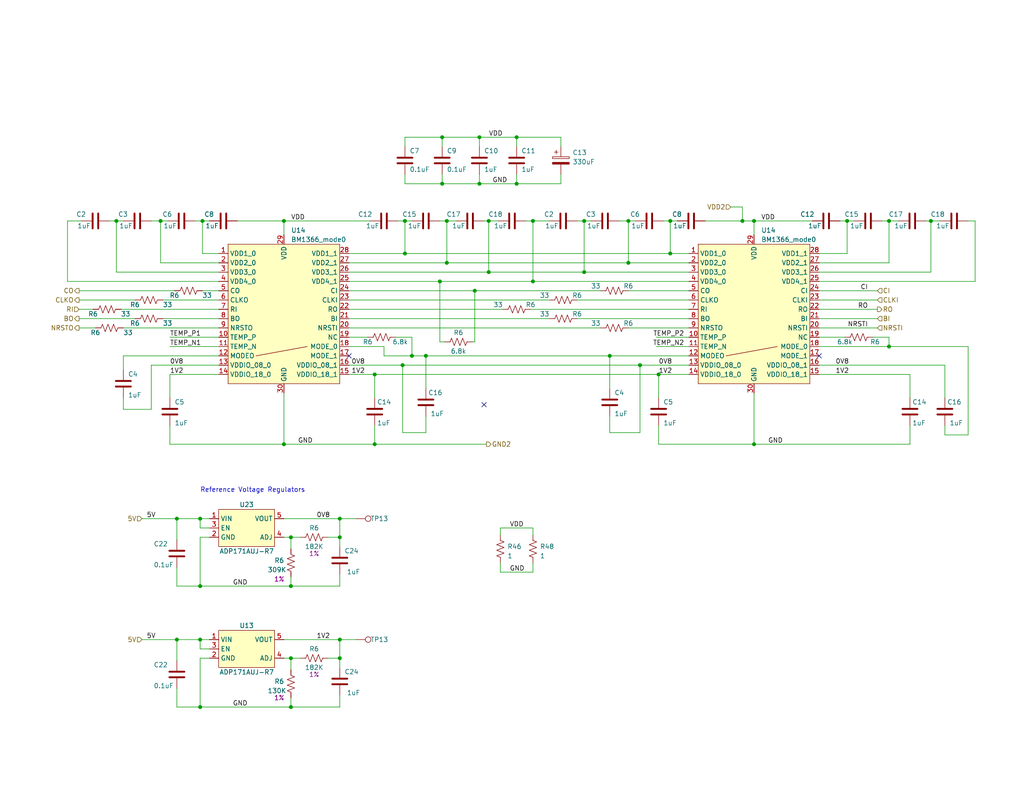
<source format=kicad_sch>
(kicad_sch (version 20230121) (generator eeschema)
  (paper "A")
  (title_block (title "bitaxeUltraHex") (date "2023-06-11") (rev "1"))
  (lib_symbols
    (symbol "BM1366_mode0_1"
      (property "Reference" "U" (at -13.97 21.59 0))
      (property "Value" "BM1366_mode0" (at -11.43 -19.05 0))
      (symbol "BM1366_mode0_1_0_1"
        (rectangle (start -15.24 20.32) (end 15.24 -17.78) (fill (type background)))
        (polyline (pts (xy -7.62 -10.16) (xy 6.35 -7.62)))
      )
      (symbol "BM1366_mode0_1_1_1"
        (pin input line (at -17.78 17.78 0) (length 2.54) (name "VDD1_0") (number "1"))
        (pin input line (at -17.78 -5.08 0) (length 2.54) (name "TEMP_P") (number "10"))
        (pin input line (at -17.78 -7.62 0) (length 2.54) (name "TEMP_N") (number "11"))
        (pin input line (at -17.78 -10.16 0) (length 2.54) (name "MODEO") (number "12"))
        (pin input line (at -17.78 -12.7 0) (length 2.54) (name "VDDIO_08_0") (number "13"))
        (pin input line (at -17.78 -15.24 0) (length 2.54) (name "VDDIO_18_0") (number "14"))
        (pin input line (at 17.78 -15.24 180) (length 2.54) (name "VDDIO_18_1") (number "15"))
        (pin input line (at 17.78 -12.7 180) (length 2.54) (name "VDDIO_08_1") (number "16"))
        (pin input line (at 17.78 -10.16 180) (length 2.54) (name "MODE_1") (number "17"))
        (pin input line (at 17.78 -7.62 180) (length 2.54) (name "MODE_0") (number "18"))
        (pin bidirectional line (at 17.78 -5.08 180) (length 2.54) (name "NC") (number "19"))
        (pin input line (at -17.78 15.24 0) (length 2.54) (name "VDD2_0") (number "2"))
        (pin input line (at 17.78 -2.54 180) (length 2.54) (name "NRSTI") (number "20"))
        (pin input line (at 17.78 0 180) (length 2.54) (name "BI") (number "21"))
        (pin input line (at 17.78 2.54 180) (length 2.54) (name "RO") (number "22"))
        (pin input line (at 17.78 5.08 180) (length 2.54) (name "CLKI") (number "23"))
        (pin input line (at 17.78 7.62 180) (length 2.54) (name "CI") (number "24"))
        (pin input line (at 17.78 10.16 180) (length 2.54) (name "VDD4_1") (number "25"))
        (pin input line (at 17.78 12.7 180) (length 2.54) (name "VDD3_1") (number "26"))
        (pin input line (at 17.78 15.24 180) (length 2.54) (name "VDD2_1") (number "27"))
        (pin input line (at 17.78 17.78 180) (length 2.54) (name "VDD1_1") (number "28"))
        (pin input line (at 0 22.86 270) (length 2.54) (name "VDD") (number "29"))
        (pin input line (at -17.78 12.7 0) (length 2.54) (name "VDD3_0") (number "3"))
        (pin input line (at 0 -20.32 90) (length 2.54) (name "GND") (number "30"))
        (pin input line (at -17.78 10.16 0) (length 2.54) (name "VDD4_0") (number "4"))
        (pin input line (at -17.78 7.62 0) (length 2.54) (name "CO") (number "5"))
        (pin input line (at -17.78 5.08 0) (length 2.54) (name "CLKO") (number "6"))
        (pin input line (at -17.78 2.54 0) (length 2.54) (name "RI") (number "7"))
        (pin input line (at -17.78 0 0) (length 2.54) (name "BO") (number "8"))
        (pin input line (at -17.78 -2.54 0) (length 2.54) (name "NRSTO") (number "9"))
      )
    )
    (symbol "Connector:TestPoint" (pin_numbers hide) (pin_names (offset 0.762) hide)
      (property "Reference" "TP" (at 0 6.858 0))
      (property "Value" "TestPoint" (at 0 5.08 0))
      (symbol "TestPoint_0_1"
        (circle (center 0 3.302) (radius 0.762))
      )
      (symbol "TestPoint_1_1"
        (pin passive line (at 0 0 90) (length 2.54) (name "1") (number "1"))
      )
    )
    (symbol "Device:C" (pin_numbers hide) (pin_names (offset 0.254))
      (property "Reference" "C" (at 0.635 2.54 0))
      (property "Value" "C" (at 0.635 -2.54 0))
      (symbol "C_0_1"
        (polyline (pts (xy -2.032 -0.762) (xy 2.032 -0.762)) (stroke (width 0.508)))
        (polyline (pts (xy -2.032 0.762) (xy 2.032 0.762)) (stroke (width 0.508)))
      )
      (symbol "C_1_1"
        (pin passive line (at 0 3.81 270) (length 2.794) (name "~") (number "1"))
        (pin passive line (at 0 -3.81 90) (length 2.794) (name "~") (number "2"))
      )
    )
    (symbol "Device:C_Polarized" (pin_numbers hide) (pin_names (offset 0.254))
      (property "Reference" "C" (at 0.635 2.54 0))
      (property "Value" "C_Polarized" (at 0.635 -2.54 0))
      (symbol "C_Polarized_0_1"
        (rectangle (start -2.286 0.508) (end 2.286 1.016))
        (polyline (pts (xy -1.778 2.286) (xy -0.762 2.286)))
        (polyline (pts (xy -1.27 2.794) (xy -1.27 1.778)))
        (rectangle (start 2.286 -0.508) (end -2.286 -1.016) (fill (type outline)))
      )
      (symbol "C_Polarized_1_1"
        (pin passive line (at 0 3.81 270) (length 2.794) (name "~") (number "1"))
        (pin passive line (at 0 -3.81 90) (length 2.794) (name "~") (number "2"))
      )
    )
    (symbol "Device:R_US" (pin_numbers hide) (pin_names (offset 0))
      (property "Reference" "R" (at 2.54 0 90))
      (property "Value" "R_US" (at -2.54 0 90))
      (symbol "R_US_0_1"
        (polyline (pts (xy 0 -2.286) (xy 0 -2.54)))
        (polyline (pts (xy 0 2.286) (xy 0 2.54)))
        (polyline (pts (xy 0 -0.762) (xy 1.016 -1.143) (xy 0 -1.524) (xy -1.016 -1.905) (xy 0 -2.286)))
        (polyline (pts (xy 0 0.762) (xy 1.016 0.381) (xy 0 0) (xy -1.016 -0.381) (xy 0 -0.762)))
        (polyline (pts (xy 0 2.286) (xy 1.016 1.905) (xy 0 1.524) (xy -1.016 1.143) (xy 0 0.762)))
      )
      (symbol "R_US_1_1"
        (pin passive line (at 0 3.81 270) (length 1.27) (name "~") (number "1"))
        (pin passive line (at 0 -3.81 90) (length 1.27) (name "~") (number "2"))
      )
    )
    (symbol "bitaxe:ADP171AUJ-R7"
      (property "Reference" "U" (at -7.62 5.08 0))
      (property "Value" "ADP171AUJ-R7" (at 5.08 5.08 0))
      (symbol "ADP171AUJ-R7_0_1"
        (rectangle (start -7.62 3.81) (end 7.62 -6.35) (stroke (width 0.1524)) (fill (type background)))
      )
      (symbol "ADP171AUJ-R7_1_0"
        (pin bidirectional line (at -10.16 1.27 0) (length 2.54) (name "VIN") (number "1"))
        (pin bidirectional line (at -10.16 -3.81 0) (length 2.54) (name "GND") (number "2"))
        (pin bidirectional line (at -10.16 -1.27 0) (length 2.54) (name "EN") (number "3"))
        (pin bidirectional line (at 10.16 -3.81 180) (length 2.54) (name "ADJ") (number "4"))
        (pin bidirectional line (at 10.16 1.27 180) (length 2.54) (name "VOUT") (number "5"))
      )
    )
    (symbol "bitaxe:BM1366_mode0"
      (property "Reference" "U" (at -13.97 21.59 0))
      (property "Value" "BM1366_mode0" (at -11.43 -19.05 0))
      (symbol "BM1366_mode0_0_1"
        (rectangle (start -15.24 20.32) (end 15.24 -17.78) (fill (type background)))
        (polyline (pts (xy -7.62 -10.16) (xy 6.35 -7.62)))
      )
      (symbol "BM1366_mode0_1_1"
        (pin input line (at -17.78 17.78 0) (length 2.54) (name "VDD1_0") (number "1"))
        (pin input line (at -17.78 -5.08 0) (length 2.54) (name "TEMP_P") (number "10"))
        (pin input line (at -17.78 -7.62 0) (length 2.54) (name "TEMP_N") (number "11"))
        (pin input line (at -17.78 -10.16 0) (length 2.54) (name "MODEO") (number "12"))
        (pin input line (at -17.78 -12.7 0) (length 2.54) (name "VDDIO_08_0") (number "13"))
        (pin input line (at -17.78 -15.24 0) (length 2.54) (name "VDDIO_18_0") (number "14"))
        (pin input line (at 17.78 -15.24 180) (length 2.54) (name "VDDIO_18_1") (number "15"))
        (pin input line (at 17.78 -12.7 180) (length 2.54) (name "VDDIO_08_1") (number "16"))
        (pin input line (at 17.78 -10.16 180) (length 2.54) (name "MODE_1") (number "17"))
        (pin input line (at 17.78 -7.62 180) (length 2.54) (name "MODE_0") (number "18"))
        (pin bidirectional line (at 17.78 -5.08 180) (length 2.54) (name "NC") (number "19"))
        (pin input line (at -17.78 15.24 0) (length 2.54) (name "VDD2_0") (number "2"))
        (pin input line (at 17.78 -2.54 180) (length 2.54) (name "NRSTI") (number "20"))
        (pin input line (at 17.78 0 180) (length 2.54) (name "BI") (number "21"))
        (pin input line (at 17.78 2.54 180) (length 2.54) (name "RO") (number "22"))
        (pin input line (at 17.78 5.08 180) (length 2.54) (name "CLKI") (number "23"))
        (pin input line (at 17.78 7.62 180) (length 2.54) (name "CI") (number "24"))
        (pin input line (at 17.78 10.16 180) (length 2.54) (name "VDD4_1") (number "25"))
        (pin input line (at 17.78 12.7 180) (length 2.54) (name "VDD3_1") (number "26"))
        (pin input line (at 17.78 15.24 180) (length 2.54) (name "VDD2_1") (number "27"))
        (pin input line (at 17.78 17.78 180) (length 2.54) (name "VDD1_1") (number "28"))
        (pin input line (at 0 22.86 270) (length 2.54) (name "VDD") (number "29"))
        (pin input line (at -17.78 12.7 0) (length 2.54) (name "VDD3_0") (number "3"))
        (pin input line (at 0 -20.32 90) (length 2.54) (name "GND") (number "30"))
        (pin input line (at -17.78 10.16 0) (length 2.54) (name "VDD4_0") (number "4"))
        (pin input line (at -17.78 7.62 0) (length 2.54) (name "CO") (number "5"))
        (pin input line (at -17.78 5.08 0) (length 2.54) (name "CLKO") (number "6"))
        (pin input line (at -17.78 2.54 0) (length 2.54) (name "RI") (number "7"))
        (pin input line (at -17.78 0 0) (length 2.54) (name "BO") (number "8"))
        (pin input line (at -17.78 -2.54 0) (length 2.54) (name "NRSTO") (number "9"))
      )
    )
  )
  (junction (at 54.61 174.625))
  (junction (at 92.71 141.605))
  (junction (at 140.97 50.165))
  (junction (at 202.565 60.325))
  (junction (at 79.375 146.685))
  (junction (at 48.26 141.605))
  (junction (at 145.415 60.325))
  (junction (at 130.81 50.165) (diameter 0.9144))
  (junction (at 54.61 141.605))
  (junction (at 120.015 76.835))
  (junction (at 92.71 174.625))
  (junction (at 79.375 179.705))
  (junction (at 55.245 60.325))
  (junction (at 120.65 50.165) (diameter 0.9144))
  (junction (at 231.14 60.325))
  (junction (at 112.395 97.155))
  (junction (at 109.855 99.695))
  (junction (at 254 60.325))
  (junction (at 242.57 94.615))
  (junction (at 166.37 97.155))
  (junction (at 116.205 97.155))
  (junction (at 171.45 71.755))
  (junction (at 77.47 60.325))
  (junction (at 133.35 74.295))
  (junction (at 121.92 71.755))
  (junction (at 92.71 179.705))
  (junction (at 140.97 37.465))
  (junction (at 145.415 76.835))
  (junction (at 48.26 174.625))
  (junction (at 54.61 160.02))
  (junction (at 159.385 74.295))
  (junction (at 31.75 60.325))
  (junction (at 182.88 60.325))
  (junction (at 159.385 60.325))
  (junction (at 92.71 146.685))
  (junction (at 43.815 60.325))
  (junction (at 174.625 99.695))
  (junction (at 102.235 121.285))
  (junction (at 102.235 102.235))
  (junction (at 129.54 79.375))
  (junction (at 205.74 121.285))
  (junction (at 110.49 69.215))
  (junction (at 242.57 60.325))
  (junction (at 54.61 193.04))
  (junction (at 77.47 121.285))
  (junction (at 205.74 60.325))
  (junction (at 171.45 60.325))
  (junction (at 110.49 60.325))
  (junction (at 133.35 60.325))
  (junction (at 179.705 102.235))
  (junction (at 120.65 37.465) (diameter 0.9144))
  (junction (at 121.92 60.325))
  (junction (at 79.375 193.04))
  (junction (at 182.88 69.215))
  (junction (at 79.375 160.02))
  (junction (at 130.81 37.465) (diameter 0.9144))
  (no_connect (at 132.08 110.49))
  (no_connect (at 95.25 97.155))
  (no_connect (at 223.52 97.155))
  (wire (pts (xy 179.07 92.075) (xy 187.96 92.075)))
  (wire (pts (xy 171.45 71.755) (xy 171.45 60.325)))
  (wire (pts (xy 89.535 179.705) (xy 92.71 179.705)))
  (wire (pts (xy 223.52 74.295) (xy 254 74.295)))
  (wire (pts (xy 41.275 60.325) (xy 43.815 60.325)))
  (wire (pts (xy 166.37 97.155) (xy 166.37 106.045)))
  (wire (pts (xy 145.415 76.835) (xy 187.96 76.835)))
  (wire (pts (xy 95.25 79.375) (xy 129.54 79.375)))
  (wire (pts (xy 92.71 146.685) (xy 92.71 141.605)))
  (wire (pts (xy 33.655 111.76) (xy 33.655 108.585)))
  (wire (pts (xy 54.61 160.02) (xy 79.375 160.02)))
  (wire (pts (xy 121.92 71.755) (xy 121.92 60.325)))
  (wire (pts (xy 54.61 193.04) (xy 79.375 193.04)))
  (wire (pts (xy 102.235 102.235) (xy 179.705 102.235)))
  (wire (pts (xy 157.48 86.995) (xy 187.96 86.995)))
  (wire (pts (xy 171.45 71.755) (xy 187.96 71.755)))
  (wire (pts (xy 41.275 111.76) (xy 33.655 111.76)))
  (wire (pts (xy 242.57 92.075) (xy 238.125 92.075)))
  (wire (pts (xy 231.14 69.215) (xy 231.14 60.325)))
  (wire (pts (xy 112.395 92.075) (xy 112.395 97.155)))
  (wire (pts (xy 120.65 47.625) (xy 120.65 50.165)))
  (wire (pts (xy 110.49 69.215) (xy 182.88 69.215)))
  (wire (pts (xy 120.65 37.465) (xy 130.81 37.465)))
  (wire (pts (xy 92.71 193.04) (xy 79.375 193.04)))
  (wire (pts (xy 205.74 121.285) (xy 248.285 121.285)))
  (wire (pts (xy 145.415 60.325) (xy 149.86 60.325)))
  (wire (pts (xy 57.15 179.705) (xy 54.61 179.705)))
  (wire (pts (xy 43.815 71.755) (xy 59.69 71.755)))
  (wire (pts (xy 31.75 74.295) (xy 31.75 60.325)))
  (wire (pts (xy 180.975 60.325) (xy 182.88 60.325)))
  (wire (pts (xy 110.49 40.005) (xy 110.49 37.465)))
  (wire (pts (xy 129.54 79.375) (xy 129.54 93.345)))
  (wire (pts (xy 179.07 94.615) (xy 187.96 94.615)))
  (wire (pts (xy 242.57 92.075) (xy 242.57 94.615)))
  (wire (pts (xy 223.52 102.235) (xy 248.285 102.235)))
  (wire (pts (xy 223.52 71.755) (xy 242.57 71.755)))
  (wire (pts (xy 136.525 146.05) (xy 136.525 144.145)))
  (wire (pts (xy 182.88 69.215) (xy 187.96 69.215)))
  (wire (pts (xy 92.71 160.02) (xy 79.375 160.02)))
  (wire (pts (xy 120.65 50.165) (xy 110.49 50.165)))
  (wire (pts (xy 92.71 179.705) (xy 92.71 182.245)))
  (wire (pts (xy 54.61 177.165) (xy 54.61 174.625)))
  (wire (pts (xy 168.91 60.325) (xy 171.45 60.325)))
  (wire (pts (xy 157.48 60.325) (xy 159.385 60.325)))
  (wire (pts (xy 221.615 60.325) (xy 205.74 60.325)))
  (wire (pts (xy 145.415 153.67) (xy 145.415 156.21)))
  (wire (pts (xy 92.71 146.685) (xy 92.71 149.225)))
  (wire (pts (xy 92.71 156.845) (xy 92.71 160.02)))
  (wire (pts (xy 112.395 97.155) (xy 116.205 97.155)))
  (wire (pts (xy 110.49 47.625) (xy 110.49 50.165)))
  (wire (pts (xy 59.69 84.455) (xy 33.02 84.455)))
  (wire (pts (xy 59.69 76.835) (xy 18.415 76.835)))
  (wire (pts (xy 95.25 92.075) (xy 100.33 92.075)))
  (wire (pts (xy 129.54 79.375) (xy 163.83 79.375)))
  (wire (pts (xy 136.525 156.21) (xy 136.525 153.67)))
  (wire (pts (xy 55.245 69.215) (xy 59.69 69.215)))
  (wire (pts (xy 120.65 40.005) (xy 120.65 37.465)))
  (wire (pts (xy 79.375 160.02) (xy 79.375 157.48)))
  (wire (pts (xy 205.74 60.325) (xy 205.74 64.135)))
  (wire (pts (xy 130.81 37.465) (xy 140.97 37.465)))
  (wire (pts (xy 77.47 60.325) (xy 77.47 64.135)))
  (wire (pts (xy 95.25 81.915) (xy 149.86 81.915)))
  (wire (pts (xy 179.705 116.205) (xy 179.705 121.285)))
  (wire (pts (xy 174.625 99.695) (xy 174.625 118.11)))
  (wire (pts (xy 57.15 177.165) (xy 54.61 177.165)))
  (wire (pts (xy 54.61 141.605) (xy 57.15 141.605)))
  (wire (pts (xy 254 60.325) (xy 256.54 60.325)))
  (wire (pts (xy 140.97 40.005) (xy 140.97 37.465)))
  (wire (pts (xy 144.78 84.455) (xy 187.96 84.455)))
  (wire (pts (xy 18.415 60.325) (xy 22.225 60.325)))
  (wire (pts (xy 171.45 79.375) (xy 187.96 79.375)))
  (wire (pts (xy 104.775 97.155) (xy 112.395 97.155)))
  (wire (pts (xy 100.965 60.325) (xy 77.47 60.325)))
  (wire (pts (xy 133.35 74.295) (xy 159.385 74.295)))
  (wire (pts (xy 153.035 47.625) (xy 153.035 50.165)))
  (wire (pts (xy 145.415 76.835) (xy 145.415 60.325)))
  (wire (pts (xy 128.905 93.345) (xy 129.54 93.345)))
  (wire (pts (xy 48.26 141.605) (xy 54.61 141.605)))
  (wire (pts (xy 38.735 141.605) (xy 48.26 141.605)))
  (wire (pts (xy 31.75 60.325) (xy 33.655 60.325)))
  (wire (pts (xy 53.34 60.325) (xy 55.245 60.325)))
  (wire (pts (xy 108.585 60.325) (xy 110.49 60.325)))
  (wire (pts (xy 79.375 179.705) (xy 81.915 179.705)))
  (wire (pts (xy 242.57 71.755) (xy 242.57 60.325)))
  (wire (pts (xy 79.375 146.685) (xy 81.915 146.685)))
  (wire (pts (xy 159.385 74.295) (xy 187.96 74.295)))
  (wire (pts (xy 77.47 146.685) (xy 79.375 146.685)))
  (wire (pts (xy 110.49 37.465) (xy 120.65 37.465)))
  (wire (pts (xy 240.665 60.325) (xy 242.57 60.325)))
  (wire (pts (xy 48.26 160.02) (xy 54.61 160.02)))
  (wire (pts (xy 46.355 116.205) (xy 46.355 121.285)))
  (wire (pts (xy 59.69 86.995) (xy 44.45 86.995)))
  (wire (pts (xy 59.69 79.375) (xy 55.245 79.375)))
  (wire (pts (xy 157.48 81.915) (xy 187.96 81.915)))
  (wire (pts (xy 257.81 118.745) (xy 257.81 116.205)))
  (wire (pts (xy 95.25 86.995) (xy 149.86 86.995)))
  (wire (pts (xy 257.81 99.695) (xy 257.81 108.585)))
  (wire (pts (xy 95.25 89.535) (xy 163.83 89.535)))
  (wire (pts (xy 248.285 102.235) (xy 248.285 108.585)))
  (wire (pts (xy 107.95 92.075) (xy 112.395 92.075)))
  (wire (pts (xy 248.285 116.205) (xy 248.285 121.285)))
  (wire (pts (xy 57.15 144.145) (xy 54.61 144.145)))
  (wire (pts (xy 130.81 47.625) (xy 130.81 50.165)))
  (wire (pts (xy 202.565 56.515) (xy 202.565 60.325)))
  (wire (pts (xy 31.75 74.295) (xy 59.69 74.295)))
  (wire (pts (xy 41.275 99.695) (xy 59.69 99.695)))
  (wire (pts (xy 89.535 146.685) (xy 92.71 146.685)))
  (wire (pts (xy 64.77 60.325) (xy 77.47 60.325)))
  (wire (pts (xy 229.235 60.325) (xy 231.14 60.325)))
  (wire (pts (xy 95.25 76.835) (xy 120.015 76.835)))
  (wire (pts (xy 29.845 60.325) (xy 31.75 60.325)))
  (wire (pts (xy 59.69 81.915) (xy 44.45 81.915)))
  (wire (pts (xy 166.37 97.155) (xy 187.96 97.155)))
  (wire (pts (xy 79.375 179.705) (xy 79.375 182.88)))
  (wire (pts (xy 77.47 141.605) (xy 92.71 141.605)))
  (wire (pts (xy 104.775 94.615) (xy 104.775 97.155)))
  (wire (pts (xy 182.88 60.325) (xy 184.785 60.325)))
  (wire (pts (xy 192.405 60.325) (xy 202.565 60.325)))
  (wire (pts (xy 121.92 60.325) (xy 124.46 60.325)))
  (wire (pts (xy 47.625 79.375) (xy 21.59 79.375)))
  (wire (pts (xy 159.385 74.295) (xy 159.385 60.325)))
  (wire (pts (xy 95.25 94.615) (xy 104.775 94.615)))
  (wire (pts (xy 133.35 60.325) (xy 135.89 60.325)))
  (wire (pts (xy 266.065 76.835) (xy 266.065 60.325)))
  (wire (pts (xy 92.71 179.705) (xy 92.71 174.625)))
  (wire (pts (xy 120.015 76.835) (xy 145.415 76.835)))
  (wire (pts (xy 109.855 99.695) (xy 174.625 99.695)))
  (wire (pts (xy 33.655 97.155) (xy 33.655 100.965)))
  (wire (pts (xy 239.395 81.915) (xy 223.52 81.915)))
  (wire (pts (xy 199.39 56.515) (xy 202.565 56.515)))
  (wire (pts (xy 166.37 118.11) (xy 166.37 113.665)))
  (wire (pts (xy 92.71 141.605) (xy 97.155 141.605)))
  (wire (pts (xy 95.25 74.295) (xy 133.35 74.295)))
  (wire (pts (xy 26.035 89.535) (xy 21.59 89.535)))
  (wire (pts (xy 77.47 107.315) (xy 77.47 121.285)))
  (wire (pts (xy 18.415 76.835) (xy 18.415 60.325)))
  (wire (pts (xy 33.655 97.155) (xy 59.69 97.155)))
  (wire (pts (xy 46.355 102.235) (xy 59.69 102.235)))
  (wire (pts (xy 92.71 189.865) (xy 92.71 193.04)))
  (wire (pts (xy 231.14 60.325) (xy 233.045 60.325)))
  (wire (pts (xy 48.26 193.04) (xy 54.61 193.04)))
  (wire (pts (xy 109.855 118.11) (xy 116.205 118.11)))
  (wire (pts (xy 55.245 60.325) (xy 55.245 69.215)))
  (wire (pts (xy 36.83 81.915) (xy 21.59 81.915)))
  (wire (pts (xy 136.525 144.145) (xy 145.415 144.145)))
  (wire (pts (xy 202.565 60.325) (xy 205.74 60.325)))
  (wire (pts (xy 153.035 40.005) (xy 153.035 37.465)))
  (wire (pts (xy 46.355 121.285) (xy 77.47 121.285)))
  (wire (pts (xy 179.705 102.235) (xy 187.96 102.235)))
  (wire (pts (xy 54.61 174.625) (xy 57.15 174.625)))
  (wire (pts (xy 43.815 71.755) (xy 43.815 60.325)))
  (wire (pts (xy 171.45 89.535) (xy 187.96 89.535)))
  (wire (pts (xy 145.415 156.21) (xy 136.525 156.21)))
  (wire (pts (xy 120.015 60.325) (xy 121.92 60.325)))
  (wire (pts (xy 145.415 144.145) (xy 145.415 146.05)))
  (wire (pts (xy 110.49 69.215) (xy 110.49 60.325)))
  (wire (pts (xy 46.355 92.075) (xy 59.69 92.075)))
  (wire (pts (xy 239.395 89.535) (xy 223.52 89.535)))
  (wire (pts (xy 95.25 69.215) (xy 110.49 69.215)))
  (wire (pts (xy 223.52 76.835) (xy 266.065 76.835)))
  (wire (pts (xy 223.52 94.615) (xy 242.57 94.615)))
  (wire (pts (xy 223.52 99.695) (xy 257.81 99.695)))
  (wire (pts (xy 41.275 99.695) (xy 41.275 111.76)))
  (wire (pts (xy 242.57 60.325) (xy 245.11 60.325)))
  (wire (pts (xy 140.97 47.625) (xy 140.97 50.165)))
  (wire (pts (xy 132.08 60.325) (xy 133.35 60.325)))
  (wire (pts (xy 77.47 179.705) (xy 79.375 179.705)))
  (wire (pts (xy 264.16 118.745) (xy 257.81 118.745)))
  (wire (pts (xy 102.235 102.235) (xy 102.235 108.585)))
  (wire (pts (xy 54.61 179.705) (xy 54.61 193.04)))
  (wire (pts (xy 254 74.295) (xy 254 60.325)))
  (wire (pts (xy 116.205 118.11) (xy 116.205 113.665)))
  (wire (pts (xy 252.73 60.325) (xy 254 60.325)))
  (wire (pts (xy 102.235 116.205) (xy 102.235 121.285)))
  (wire (pts (xy 133.35 74.295) (xy 133.35 60.325)))
  (wire (pts (xy 179.705 102.235) (xy 179.705 108.585)))
  (wire (pts (xy 95.25 102.235) (xy 102.235 102.235)))
  (wire (pts (xy 54.61 146.685) (xy 54.61 160.02)))
  (wire (pts (xy 239.395 79.375) (xy 223.52 79.375)))
  (wire (pts (xy 174.625 99.695) (xy 187.96 99.695)))
  (wire (pts (xy 179.705 121.285) (xy 205.74 121.285)))
  (wire (pts (xy 48.26 154.94) (xy 48.26 160.02)))
  (wire (pts (xy 174.625 118.11) (xy 166.37 118.11)))
  (wire (pts (xy 48.26 187.96) (xy 48.26 193.04)))
  (wire (pts (xy 242.57 94.615) (xy 264.16 94.615)))
  (wire (pts (xy 46.355 94.615) (xy 59.69 94.615)))
  (wire (pts (xy 140.97 50.165) (xy 153.035 50.165)))
  (wire (pts (xy 25.4 84.455) (xy 21.59 84.455)))
  (wire (pts (xy 205.74 107.315) (xy 205.74 121.285)))
  (wire (pts (xy 92.71 174.625) (xy 97.155 174.625)))
  (wire (pts (xy 48.26 174.625) (xy 48.26 180.34)))
  (wire (pts (xy 264.16 94.615) (xy 264.16 118.745)))
  (wire (pts (xy 120.65 50.165) (xy 130.81 50.165)))
  (wire (pts (xy 140.97 37.465) (xy 153.035 37.465)))
  (wire (pts (xy 59.69 89.535) (xy 33.655 89.535)))
  (wire (pts (xy 159.385 60.325) (xy 161.29 60.325)))
  (wire (pts (xy 182.88 60.325) (xy 182.88 69.215)))
  (wire (pts (xy 38.735 174.625) (xy 48.26 174.625)))
  (wire (pts (xy 121.285 93.345) (xy 120.015 93.345)))
  (wire (pts (xy 102.235 121.285) (xy 132.715 121.285)))
  (wire (pts (xy 110.49 60.325) (xy 112.395 60.325)))
  (wire (pts (xy 116.205 106.045) (xy 116.205 97.155)))
  (wire (pts (xy 140.97 50.165) (xy 130.81 50.165)))
  (wire (pts (xy 230.505 92.075) (xy 223.52 92.075)))
  (wire (pts (xy 266.065 60.325) (xy 264.16 60.325)))
  (wire (pts (xy 77.47 174.625) (xy 92.71 174.625)))
  (wire (pts (xy 239.395 84.455) (xy 223.52 84.455)))
  (wire (pts (xy 95.25 84.455) (xy 137.16 84.455)))
  (wire (pts (xy 223.52 86.995) (xy 239.395 86.995)))
  (wire (pts (xy 95.25 99.695) (xy 109.855 99.695)))
  (wire (pts (xy 120.015 93.345) (xy 120.015 76.835)))
  (wire (pts (xy 57.15 146.685) (xy 54.61 146.685)))
  (wire (pts (xy 79.375 146.685) (xy 79.375 149.86)))
  (wire (pts (xy 77.47 121.285) (xy 102.235 121.285)))
  (wire (pts (xy 46.355 102.235) (xy 46.355 108.585)))
  (wire (pts (xy 223.52 69.215) (xy 231.14 69.215)))
  (wire (pts (xy 55.245 60.325) (xy 57.15 60.325)))
  (wire (pts (xy 48.26 141.605) (xy 48.26 147.32)))
  (wire (pts (xy 121.92 71.755) (xy 171.45 71.755)))
  (wire (pts (xy 130.81 40.005) (xy 130.81 37.465)))
  (wire (pts (xy 43.815 60.325) (xy 45.72 60.325)))
  (wire (pts (xy 79.375 193.04) (xy 79.375 190.5)))
  (wire (pts (xy 54.61 144.145) (xy 54.61 141.605)))
  (wire (pts (xy 95.25 71.755) (xy 121.92 71.755)))
  (wire (pts (xy 109.855 99.695) (xy 109.855 118.11)))
  (wire (pts (xy 171.45 60.325) (xy 173.355 60.325)))
  (wire (pts (xy 145.415 60.325) (xy 143.51 60.325)))
  (wire (pts (xy 36.83 86.995) (xy 21.59 86.995)))
  (wire (pts (xy 48.26 174.625) (xy 54.61 174.625)))
  (wire (pts (xy 116.205 97.155) (xy 166.37 97.155)))
  (text "Reference Voltage Regulators" (at 54.61 134.62 0) (effects (font (size 1.27 1.27)) (justify left bottom)))
  (label "VDD" (at 139.065 144.145 0))
  (label "RO" (at 236.855 84.455 180))
  (label "VDD" (at 79.375 60.325 0))
  (label "TEMP_P1" (at 46.355 92.075 0))
  (label "NRSTI" (at 236.855 89.535 180))
  (label "TEMP_N1" (at 46.355 94.615 0))
  (label "GND" (at 63.5 193.04 0))
  (label "0V8" (at 95.885 99.695 0))
  (label "0V8" (at 86.36 141.605 0))
  (label "TEMP_P2" (at 186.69 92.075 180))
  (label "1V2" (at 95.885 102.235 0))
  (label "GND" (at 139.065 156.21 0))
  (label "5V" (at 40.005 174.625 0))
  (label "GND" (at 138.43 50.165 180))
  (label "1V2" (at 86.36 174.625 0))
  (label "VDD" (at 207.645 60.325 0))
  (label "5V" (at 40.005 141.605 0))
  (label "0V8" (at 179.705 99.695 0))
  (label "1V2" (at 227.965 102.235 0))
  (label "0V8" (at 227.965 99.695 0))
  (label "1V2" (at 46.355 102.235 0))
  (label "TEMP_N2" (at 186.69 94.615 180))
  (label "VDD" (at 133.35 37.465 0))
  (label "GND" (at 209.55 121.285 0))
  (label "GND" (at 63.5 160.02 0))
  (label "1V2" (at 179.705 102.235 0))
  (label "0V8" (at 46.355 99.695 0))
  (label "CI" (at 236.855 79.375 180))
  (label "GND" (at 81.28 121.285 0))
  (hierarchical_label "CLKO" (shape output) (at 21.59 81.915 180))
  (hierarchical_label "BI" (shape input) (at 239.395 86.995 0))
  (hierarchical_label "CI" (shape input) (at 239.395 79.375 0))
  (hierarchical_label "5V" (shape input) (at 38.735 174.625 180))
  (hierarchical_label "VDD2" (shape input) (at 199.39 56.515 180))
  (hierarchical_label "BO" (shape output) (at 21.59 86.995 180))
  (hierarchical_label "NRSTO" (shape output) (at 21.59 89.535 180))
  (hierarchical_label "CO" (shape output) (at 21.59 79.375 180))
  (hierarchical_label "RO" (shape output) (at 239.395 84.455 0))
  (hierarchical_label "CLKI" (shape input) (at 239.395 81.915 0))
  (hierarchical_label "GND2" (shape output) (at 132.715 121.285 0))
  (hierarchical_label "5V" (shape input) (at 38.735 141.605 180))
  (hierarchical_label "RI" (shape input) (at 21.59 84.455 180))
  (hierarchical_label "NRSTI" (shape input) (at 239.395 89.535 0))
  (symbol (lib_id "Device:R_US") (at 125.095 93.345 90) (unit 1)
    (property "Reference" "R6" (at 125.095 90.805 90))
    (property "Value" "6.8k" (at 125.095 95.885 90))
    (property "Footprint" "Resistor_SMD:R_0402_1005Metric" (effects hide))
  )
  (symbol (lib_id "Device:C") (at 102.235 112.395 0) (unit 1)
    (property "Reference" "C14" (at 102.87 110.49 0) (effects (justify left bottom)))
    (property "Value" "1uF" (at 102.87 116.205 0) (effects (justify left bottom)))
    (property "Footprint" "Capacitor_SMD:C_0402_1005Metric" (effects hide))
    (property "DK" "587-5514-1-ND" (effects hide))
    (property "PARTNO" "EMK105BJ105MV-F" (effects hide))
  )
  (symbol (lib_id "Device:R_US") (at 167.64 79.375 90) (unit 1)
    (property "Reference" "R6" (at 171.45 78.105 90))
    (property "Value" "33" (at 162.56 78.105 90))
    (property "Footprint" "Resistor_SMD:R_0402_1005Metric" (effects hide))
  )
  (symbol (lib_id "Device:C") (at 60.96 60.325 90) (unit 1)
    (property "Reference" "C8" (at 58.42 57.785 90) (effects (justify left bottom)))
    (property "Value" "1uF" (at 59.69 60.96 90) (effects (justify left bottom)))
    (property "Footprint" "Capacitor_SMD:C_0402_1005Metric" (effects hide))
    (property "DK" "587-5514-1-ND" (effects hide))
    (property "PARTNO" "EMK105BJ105MV-F" (effects hide))
  )
  (symbol (lib_id "Device:R_US") (at 85.725 179.705 270) (unit 1)
    (property "Reference" "R6" (at 85.725 177.165 90))
    (property "Value" "182K" (at 85.725 182.245 90))
    (property "Footprint" "Resistor_SMD:R_0402_1005Metric" (effects hide))
    (property "Tolerance" "1%" (at 85.725 184.15 90))
  )
  (symbol (lib_id "Device:C") (at 116.205 60.325 90) (unit 1)
    (property "Reference" "C15" (at 113.665 57.785 90) (effects (justify left bottom)))
    (property "Value" "1uF" (at 114.935 60.96 90) (effects (justify left bottom)))
    (property "Footprint" "Capacitor_SMD:C_0402_1005Metric" (effects hide))
    (property "DK" "587-5514-1-ND" (effects hide))
    (property "PARTNO" "EMK105BJ105MV-F" (effects hide))
  )
  (symbol (lib_id "Device:R_US") (at 79.375 186.69 180) (unit 1)
    (property "Reference" "R6" (at 76.2 186.055 0))
    (property "Value" "130K" (at 75.565 188.595 0))
    (property "Footprint" "Resistor_SMD:R_0402_1005Metric" (effects hide))
    (property "Tolerance" "1%" (at 76.2 190.5 0))
  )
  (symbol (lib_id "Device:C") (at 139.7 60.325 90) (unit 1)
    (property "Reference" "C18" (at 137.16 57.785 90) (effects (justify left bottom)))
    (property "Value" "1uF" (at 138.43 60.96 90) (effects (justify left bottom)))
    (property "Footprint" "Capacitor_SMD:C_0402_1005Metric" (effects hide))
    (property "DK" "587-5514-1-ND" (effects hide))
    (property "PARTNO" "EMK105BJ105MV-F" (effects hide))
  )
  (symbol (lib_id "Device:R_US") (at 85.725 146.685 270) (unit 1)
    (property "Reference" "R6" (at 85.725 144.145 90))
    (property "Value" "182K" (at 85.725 149.225 90))
    (property "Footprint" "Resistor_SMD:R_0402_1005Metric" (effects hide))
    (property "Tolerance" "1%" (at 85.725 151.13 90))
  )
  (symbol (lib_id "bitaxe:ADP171AUJ-R7") (at 67.31 142.875 0) (unit 1)
    (property "Reference" "U23" (at 67.31 137.795 0))
    (property "Value" "ADP171AUJ-R7" (at 67.31 150.495 0))
    (property "Footprint" "Package_TO_SOT_SMD:TSOT-23-5" (effects hide))
    (property "Datasheet" "https://www.digikey.com/en/products/detail/analog-devices-inc/ADP171AUJZ-R7/2000964" (effects hide))
    (instances (project "bitaxeUltraHex" (path "" (reference "U23") (unit 1)) (path "" (reference "U19") (unit 1))))
  )
  (symbol (lib_id "Device:C") (at 48.26 151.13 0) (unit 1)
    (property "Reference" "C22" (at 41.91 149.225 0) (effects (justify left bottom)))
    (property "Value" "0.1uF" (at 41.91 154.94 0) (effects (justify left bottom)))
    (property "Footprint" "Capacitor_SMD:C_0402_1005Metric" (effects hide))
    (property "DK" "1292-1639-1-ND" (effects hide))
    (property "PARTNO" "0402X104K100CT" (effects hide))
  )
  (symbol (lib_id "Device:C") (at 260.35 60.325 90) (unit 1)
    (property "Reference" "C18" (at 257.81 57.785 90) (effects (justify left bottom)))
    (property "Value" "1uF" (at 259.08 60.96 90) (effects (justify left bottom)))
    (property "Footprint" "Capacitor_SMD:C_0402_1005Metric" (effects hide))
    (property "DK" "587-5514-1-ND" (effects hide))
    (property "PARTNO" "EMK105BJ105MV-F" (effects hide))
  )
  (symbol (lib_id "Device:R_US") (at 29.845 89.535 270) (unit 1)
    (property "Reference" "R6" (at 26.035 90.805 90))
    (property "Value" "33" (at 34.925 90.805 90))
    (property "Footprint" "Resistor_SMD:R_0402_1005Metric" (effects hide))
  )
  (symbol (lib_id "Device:C") (at 104.775 60.325 90) (unit 1)
    (property "Reference" "C12" (at 101.6 57.785 90) (effects (justify left bottom)))
    (property "Value" "1uF" (at 103.505 60.96 90) (effects (justify left bottom)))
    (property "Footprint" "Capacitor_SMD:C_0402_1005Metric" (effects hide))
    (property "DK" "587-5514-1-ND" (effects hide))
    (property "PARTNO" "EMK105BJ105MV-F" (effects hide))
  )
  (symbol (lib_id "Device:R_US") (at 29.21 84.455 270) (unit 1)
    (property "Reference" "R6" (at 25.4 85.725 90))
    (property "Value" "33" (at 34.29 85.725 90))
    (property "Footprint" "Resistor_SMD:R_0402_1005Metric" (effects hide))
  )
  (symbol (lib_id "Device:R_US") (at 140.97 84.455 90) (unit 1)
    (property "Reference" "R6" (at 144.78 83.185 90))
    (property "Value" "33" (at 135.89 83.185 90))
    (property "Footprint" "Resistor_SMD:R_0402_1005Metric" (effects hide))
  )
  (symbol (lib_id "Connector:TestPoint") (at 97.155 174.625 270) (mirror x) (unit 1) (in_bom no)
    (property "Reference" "TP13" (at 103.505 174.625 90))
    (property "Value" "TestPoint" (effects hide))
    (property "Footprint" "TestPoint:TestPoint_Pad_D1.5mm" (effects hide))
  )
  (symbol (lib_id "Device:R_US") (at 40.64 86.995 270) (unit 1)
    (property "Reference" "R6" (at 36.83 88.265 90))
    (property "Value" "33" (at 45.72 88.265 90))
    (property "Footprint" "Resistor_SMD:R_0402_1005Metric" (effects hide))
  )
  (symbol (lib_id "Device:C") (at 110.49 43.815 0) (unit 1)
    (property "Reference" "C7" (at 111.76 41.91 0) (effects (justify left bottom)))
    (property "Value" "0.1uF" (at 111.76 46.99 0) (effects (justify left bottom)))
    (property "Footprint" "Capacitor_SMD:C_0402_1005Metric" (effects hide))
    (property "DK" "1292-1639-1-ND" (effects hide))
    (property "PARTNO" "0402X104K100CT" (effects hide))
  )
  (symbol (lib_id "Device:C") (at 140.97 43.815 0) (unit 1)
    (property "Reference" "C11" (at 142.24 41.91 0) (effects (justify left bottom)))
    (property "Value" "1uF" (at 142.24 46.99 0) (effects (justify left bottom)))
    (property "Footprint" "Capacitor_SMD:C_0402_1005Metric" (effects hide))
    (property "DK" "587-5514-1-ND" (effects hide))
    (property "PARTNO" "EMK105BJ105MV-F" (effects hide))
  )
  (symbol (lib_id "Device:R_US") (at 136.525 149.86 0) (unit 1)
    (property "Reference" "R46" (at 138.43 149.225 0) (effects (justify left)))
    (property "Value" "1" (at 138.43 151.765 0) (effects (justify left)))
    (property "Footprint" "Resistor_SMD:R_2512_6332Metric" (effects hide))
    (instances (project "bitaxeUltraHex" (path "" (reference "R46") (unit 1)) (path "" (reference "R17") (unit 1)) (path "" (reference "R50") (unit 1))))
  )
  (symbol (lib_id "Device:C") (at 153.67 60.325 90) (unit 1)
    (property "Reference" "C2" (at 151.13 57.785 90) (effects (justify left bottom)))
    (property "Value" "1uF" (at 152.4 60.96 90) (effects (justify left bottom)))
    (property "Footprint" "Capacitor_SMD:C_0402_1005Metric" (effects hide))
    (property "DK" "587-5514-1-ND" (effects hide))
    (property "PARTNO" "EMK105BJ105MV-F" (effects hide))
  )
  (symbol (lib_id "Device:C") (at 92.71 153.035 0) (unit 1)
    (property "Reference" "C24" (at 93.98 151.13 0) (effects (justify left bottom)))
    (property "Value" "1uF" (at 94.615 156.845 0) (effects (justify left bottom)))
    (property "Footprint" "Capacitor_SMD:C_0402_1005Metric" (effects hide))
    (property "DK" "587-5514-1-ND" (effects hide))
    (property "PARTNO" "EMK105BJ105MV-F" (effects hide))
  )
  (symbol (lib_id "Device:C") (at 177.165 60.325 90) (unit 1)
    (property "Reference" "C6" (at 174.625 57.785 90) (effects (justify left bottom)))
    (property "Value" "1uF" (at 175.895 60.96 90) (effects (justify left bottom)))
    (property "Footprint" "Capacitor_SMD:C_0402_1005Metric" (effects hide))
    (property "DK" "587-5514-1-ND" (effects hide))
    (property "PARTNO" "EMK105BJ105MV-F" (effects hide))
  )
  (symbol (lib_id "Device:C") (at 236.855 60.325 90) (unit 1)
    (property "Reference" "C15" (at 234.315 57.785 90) (effects (justify left bottom)))
    (property "Value" "1uF" (at 235.585 60.96 90) (effects (justify left bottom)))
    (property "Footprint" "Capacitor_SMD:C_0402_1005Metric" (effects hide))
    (property "DK" "587-5514-1-ND" (effects hide))
    (property "PARTNO" "EMK105BJ105MV-F" (effects hide))
  )
  (symbol (lib_id "Device:C") (at 165.1 60.325 90) (unit 1)
    (property "Reference" "C3" (at 162.56 57.785 90) (effects (justify left bottom)))
    (property "Value" "1uF" (at 163.83 60.96 90) (effects (justify left bottom)))
    (property "Footprint" "Capacitor_SMD:C_0402_1005Metric" (effects hide))
    (property "DK" "587-5514-1-ND" (effects hide))
    (property "PARTNO" "EMK105BJ105MV-F" (effects hide))
  )
  (symbol (lib_id "Device:C") (at 26.035 60.325 90) (unit 1)
    (property "Reference" "C2" (at 23.495 57.785 90) (effects (justify left bottom)))
    (property "Value" "1uF" (at 24.765 60.96 90) (effects (justify left bottom)))
    (property "Footprint" "Capacitor_SMD:C_0402_1005Metric" (effects hide))
    (property "DK" "587-5514-1-ND" (effects hide))
    (property "PARTNO" "EMK105BJ105MV-F" (effects hide))
  )
  (symbol (lib_id "Device:C") (at 120.65 43.815 0) (unit 1)
    (property "Reference" "C9" (at 121.92 41.91 0) (effects (justify left bottom)))
    (property "Value" "0.1uF" (at 121.92 46.99 0) (effects (justify left bottom)))
    (property "Footprint" "Capacitor_SMD:C_0402_1005Metric" (effects hide))
    (property "DK" "1292-1639-1-ND" (effects hide))
    (property "PARTNO" "0402X104K100CT" (effects hide))
  )
  (symbol (lib_id "Device:C") (at 46.355 112.395 0) (unit 1)
    (property "Reference" "C5" (at 47.625 110.49 0) (effects (justify left bottom)))
    (property "Value" "1uF" (at 47.625 116.205 0) (effects (justify left bottom)))
    (property "Footprint" "Capacitor_SMD:C_0402_1005Metric" (effects hide))
    (property "DK" "587-5514-1-ND" (effects hide))
    (property "PARTNO" "EMK105BJ105MV-F" (effects hide))
  )
  (symbol (lib_id "Device:C") (at 248.92 60.325 90) (unit 1)
    (property "Reference" "C17" (at 246.38 57.785 90) (effects (justify left bottom)))
    (property "Value" "1uF" (at 247.65 60.96 90) (effects (justify left bottom)))
    (property "Footprint" "Capacitor_SMD:C_0402_1005Metric" (effects hide))
    (property "DK" "587-5514-1-ND" (effects hide))
    (property "PARTNO" "EMK105BJ105MV-F" (effects hide))
  )
  (symbol (lib_id "Device:R_US") (at 79.375 153.67 180) (unit 1)
    (property "Reference" "R6" (at 76.2 153.035 0))
    (property "Value" "309K" (at 75.565 155.575 0))
    (property "Footprint" "Resistor_SMD:R_0402_1005Metric" (effects hide))
    (property "Tolerance" "1%" (at 76.2 158.115 0))
  )
  (symbol (lib_id "Device:R_US") (at 167.64 89.535 90) (unit 1)
    (property "Reference" "R6" (at 171.45 88.265 90))
    (property "Value" "33" (at 162.56 88.265 90))
    (property "Footprint" "Resistor_SMD:R_0402_1005Metric" (effects hide))
  )
  (symbol (lib_id "Device:R_US") (at 153.67 86.995 90) (unit 1)
    (property "Reference" "R6" (at 157.48 85.725 90))
    (property "Value" "33" (at 148.59 85.725 90))
    (property "Footprint" "Resistor_SMD:R_0402_1005Metric" (effects hide))
  )
  (symbol (lib_id "Device:C") (at 257.81 112.395 0) (unit 1)
    (property "Reference" "C16" (at 258.445 110.49 0) (effects (justify left bottom)))
    (property "Value" "1uF" (at 259.08 116.205 0) (effects (justify left bottom)))
    (property "Footprint" "Capacitor_SMD:C_0402_1005Metric" (effects hide))
    (property "DK" "587-5514-1-ND" (effects hide))
    (property "PARTNO" "EMK105BJ105MV-F" (effects hide))
  )
  (symbol (lib_id "Device:R_US") (at 51.435 79.375 270) (unit 1)
    (property "Reference" "R6" (at 47.625 80.645 90))
    (property "Value" "33" (at 56.515 80.645 90))
    (property "Footprint" "Resistor_SMD:R_0402_1005Metric" (effects hide))
  )
  (symbol (lib_id "Device:R_US") (at 40.64 81.915 270) (unit 1)
    (property "Reference" "R6" (at 36.83 83.185 90))
    (property "Value" "33" (at 45.72 83.185 90))
    (property "Footprint" "Resistor_SMD:R_0402_1005Metric" (effects hide))
  )
  (symbol (lib_id "Connector:TestPoint") (at 97.155 141.605 270) (mirror x) (unit 1) (in_bom no)
    (property "Reference" "TP13" (at 103.505 141.605 90))
    (property "Value" "TestPoint" (effects hide))
    (property "Footprint" "TestPoint:TestPoint_Pad_D1.5mm" (effects hide))
  )
  (symbol (lib_id "Device:C") (at 37.465 60.325 90) (unit 1)
    (property "Reference" "C3" (at 34.925 57.785 90) (effects (justify left bottom)))
    (property "Value" "1uF" (at 36.195 60.96 90) (effects (justify left bottom)))
    (property "Footprint" "Capacitor_SMD:C_0402_1005Metric" (effects hide))
    (property "DK" "587-5514-1-ND" (effects hide))
    (property "PARTNO" "EMK105BJ105MV-F" (effects hide))
  )
  (symbol (lib_id "Device:C") (at 248.285 112.395 0) (unit 1)
    (property "Reference" "C14" (at 248.92 110.49 0) (effects (justify left bottom)))
    (property "Value" "1uF" (at 248.92 116.205 0) (effects (justify left bottom)))
    (property "Footprint" "Capacitor_SMD:C_0402_1005Metric" (effects hide))
    (property "DK" "587-5514-1-ND" (effects hide))
    (property "PARTNO" "EMK105BJ105MV-F" (effects hide))
  )
  (symbol (lib_id "Device:C") (at 225.425 60.325 90) (unit 1)
    (property "Reference" "C12" (at 222.25 57.785 90) (effects (justify left bottom)))
    (property "Value" "1uF" (at 224.155 60.96 90) (effects (justify left bottom)))
    (property "Footprint" "Capacitor_SMD:C_0402_1005Metric" (effects hide))
    (property "DK" "587-5514-1-ND" (effects hide))
    (property "PARTNO" "EMK105BJ105MV-F" (effects hide))
  )
  (symbol (lib_id "Device:C") (at 166.37 109.855 0) (unit 1)
    (property "Reference" "C4" (at 167.64 107.95 0) (effects (justify left bottom)))
    (property "Value" "1uF" (at 167.64 113.665 0) (effects (justify left bottom)))
    (property "Footprint" "Capacitor_SMD:C_0402_1005Metric" (effects hide))
    (property "DK" "587-5514-1-ND" (effects hide))
    (property "PARTNO" "EMK105BJ105MV-F" (effects hide))
  )
  (symbol (lib_id "Device:R_US") (at 153.67 81.915 90) (unit 1)
    (property "Reference" "R6" (at 157.48 80.645 90))
    (property "Value" "33" (at 148.59 80.645 90))
    (property "Footprint" "Resistor_SMD:R_0402_1005Metric" (effects hide))
  )
  (symbol (lib_id "Device:C") (at 188.595 60.325 90) (unit 1)
    (property "Reference" "C8" (at 186.055 57.785 90) (effects (justify left bottom)))
    (property "Value" "1uF" (at 187.325 60.96 90) (effects (justify left bottom)))
    (property "Footprint" "Capacitor_SMD:C_0402_1005Metric" (effects hide))
    (property "DK" "587-5514-1-ND" (effects hide))
    (property "PARTNO" "EMK105BJ105MV-F" (effects hide))
  )
  (symbol (lib_id "Device:C") (at 130.81 43.815 0) (unit 1)
    (property "Reference" "C10" (at 132.08 41.91 0) (effects (justify left bottom)))
    (property "Value" "1uF" (at 132.08 46.99 0) (effects (justify left bottom)))
    (property "Footprint" "Capacitor_SMD:C_0402_1005Metric" (effects hide))
    (property "DK" "587-5514-1-ND" (effects hide))
    (property "PARTNO" "EMK105BJ105MV-F" (effects hide))
  )
  (symbol (lib_id "bitaxe:ADP171AUJ-R7") (at 67.31 175.895 0) (unit 1)
    (property "Reference" "U13" (at 67.31 170.815 0))
    (property "Value" "ADP171AUJ-R7" (at 67.31 183.515 0))
    (property "Footprint" "Package_TO_SOT_SMD:TSOT-23-5" (effects hide))
    (property "Datasheet" "https://www.digikey.com/en/products/detail/analog-devices-inc/ADP171AUJZ-R7/2000964" (effects hide))
    (instances (project "bitaxeUltraHex" (path "" (reference "U13") (unit 1)) (path "" (reference "U20") (unit 1))))
  )
  (symbol (lib_id "Device:C") (at 128.27 60.325 90) (unit 1)
    (property "Reference" "C17" (at 125.73 57.785 90) (effects (justify left bottom)))
    (property "Value" "1uF" (at 127 60.96 90) (effects (justify left bottom)))
    (property "Footprint" "Capacitor_SMD:C_0402_1005Metric" (effects hide))
    (property "DK" "587-5514-1-ND" (effects hide))
    (property "PARTNO" "EMK105BJ105MV-F" (effects hide))
  )
  (symbol (lib_id "Device:C") (at 33.655 104.775 0) (unit 1)
    (property "Reference" "C4" (at 34.925 102.87 0) (effects (justify left bottom)))
    (property "Value" "1uF" (at 34.925 108.585 0) (effects (justify left bottom)))
    (property "Footprint" "Capacitor_SMD:C_0402_1005Metric" (effects hide))
    (property "DK" "587-5514-1-ND" (effects hide))
    (property "PARTNO" "EMK105BJ105MV-F" (effects hide))
  )
  (symbol (lib_id "Device:C") (at 49.53 60.325 90) (unit 1)
    (property "Reference" "C6" (at 46.99 57.785 90) (effects (justify left bottom)))
    (property "Value" "1uF" (at 48.26 60.96 90) (effects (justify left bottom)))
    (property "Footprint" "Capacitor_SMD:C_0402_1005Metric" (effects hide))
    (property "DK" "587-5514-1-ND" (effects hide))
    (property "PARTNO" "EMK105BJ105MV-F" (effects hide))
  )
  (symbol (lib_id "Device:R_US") (at 234.315 92.075 270) (unit 1)
    (property "Reference" "R6" (at 238.76 93.345 90))
    (property "Value" "6.8k" (at 230.505 93.345 90))
    (property "Footprint" "Resistor_SMD:R_0402_1005Metric" (effects hide))
  )
  (symbol (lib_id "Device:C") (at 179.705 112.395 0) (unit 1)
    (property "Reference" "C5" (at 180.975 110.49 0) (effects (justify left bottom)))
    (property "Value" "1uF" (at 180.975 116.205 0) (effects (justify left bottom)))
    (property "Footprint" "Capacitor_SMD:C_0402_1005Metric" (effects hide))
    (property "DK" "587-5514-1-ND" (effects hide))
    (property "PARTNO" "EMK105BJ105MV-F" (effects hide))
  )
  (symbol (lib_id "Device:R_US") (at 104.14 92.075 90) (unit 1)
    (property "Reference" "R6" (at 100.33 93.345 90))
    (property "Value" "6.8k" (at 109.22 93.345 90))
    (property "Footprint" "Resistor_SMD:R_0402_1005Metric" (effects hide))
  )
  (symbol (lib_id "Device:C_Polarized") (at 153.035 43.815 0) (unit 1)
    (property "Reference" "C13" (at 156.21 41.6559 0) (effects (justify left)))
    (property "Value" "330uF" (at 156.21 44.1959 0) (effects (justify left)))
    (property "Footprint" "Capacitor_Tantalum_SMD:CP_EIA-7343-31_Kemet-D_Pad2.25x2.55mm_HandSolder" (effects hide))
    (property "DK" "718-1028-1-ND" (effects hide))
    (property "PARTNO" "293D337X9010E2TE3" (effects hide))
  )
  (symbol (lib_id "Device:R_US") (at 145.415 149.86 0) (unit 1)
    (property "Reference" "R48" (at 147.32 149.225 0) (effects (justify left)))
    (property "Value" "1" (at 147.32 151.765 0) (effects (justify left)))
    (property "Footprint" "Resistor_SMD:R_2512_6332Metric" (effects hide))
    (instances (project "bitaxeUltraHex" (path "" (reference "R48") (unit 1)) (path "" (reference "R18") (unit 1)) (path "" (reference "R51") (unit 1))))
  )
  (symbol (lib_id "Device:C") (at 92.71 186.055 0) (unit 1)
    (property "Reference" "C24" (at 93.98 184.15 0) (effects (justify left bottom)))
    (property "Value" "1uF" (at 94.615 189.865 0) (effects (justify left bottom)))
    (property "Footprint" "Capacitor_SMD:C_0402_1005Metric" (effects hide))
    (property "DK" "587-5514-1-ND" (effects hide))
    (property "PARTNO" "EMK105BJ105MV-F" (effects hide))
  )
  (symbol (lib_id "Device:C") (at 48.26 184.15 0) (unit 1)
    (property "Reference" "C22" (at 41.91 182.245 0) (effects (justify left bottom)))
    (property "Value" "0.1uF" (at 41.91 187.96 0) (effects (justify left bottom)))
    (property "Footprint" "Capacitor_SMD:C_0402_1005Metric" (effects hide))
    (property "DK" "1292-1639-1-ND" (effects hide))
    (property "PARTNO" "0402X104K100CT" (effects hide))
  )
  (symbol (lib_id "Device:C") (at 116.205 109.855 0) (unit 1)
    (property "Reference" "C16" (at 116.84 107.95 0) (effects (justify left bottom)))
    (property "Value" "1uF" (at 117.475 113.665 0) (effects (justify left bottom)))
    (property "Footprint" "Capacitor_SMD:C_0402_1005Metric" (effects hide))
    (property "DK" "587-5514-1-ND" (effects hide))
    (property "PARTNO" "EMK105BJ105MV-F" (effects hide))
  )
  (symbol (lib_id "bitaxe:BM1366_mode0") (at 205.74 86.995 0) (unit 1)
    (property "Reference" "U14" (at 207.6959 62.865 0) (effects (justify left)))
    (property "Value" "BM1366_mode0" (at 207.6959 65.405 0) (effects (justify left)))
    (property "Footprint" "bitaxe:BM1366" (effects hide))
  )
  (symbol (lib_name "BM1366_mode0_1") (lib_id "bitaxe:BM1366_mode0") (at 77.47 86.995 0) (unit 1)
    (property "Reference" "U14" (at 79.4259 62.865 0) (effects (justify left)))
    (property "Value" "BM1366_mode0" (at 79.4259 65.405 0) (effects (justify left)))
    (property "Footprint" "bitaxe:BM1366" (effects hide))
  )
)
</source>
